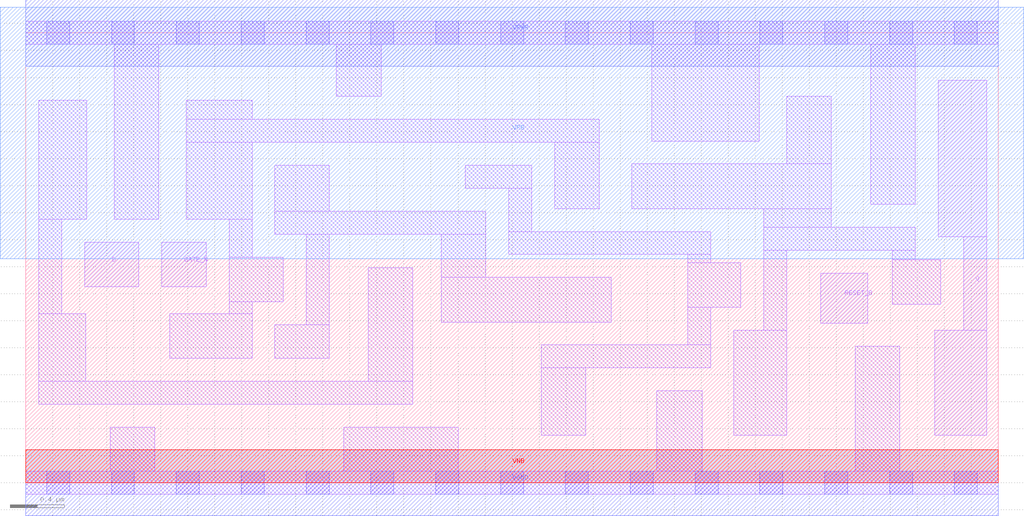
<source format=lef>
# Copyright 2020 The SkyWater PDK Authors
#
# Licensed under the Apache License, Version 2.0 (the "License");
# you may not use this file except in compliance with the License.
# You may obtain a copy of the License at
#
#     https://www.apache.org/licenses/LICENSE-2.0
#
# Unless required by applicable law or agreed to in writing, software
# distributed under the License is distributed on an "AS IS" BASIS,
# WITHOUT WARRANTIES OR CONDITIONS OF ANY KIND, either express or implied.
# See the License for the specific language governing permissions and
# limitations under the License.
#
# SPDX-License-Identifier: Apache-2.0

VERSION 5.7 ;
  NOWIREEXTENSIONATPIN ON ;
  DIVIDERCHAR "/" ;
  BUSBITCHARS "[]" ;
MACRO sky130_fd_sc_hs__dlrtn_1
  CLASS CORE ;
  FOREIGN sky130_fd_sc_hs__dlrtn_1 ;
  ORIGIN  0.000000  0.000000 ;
  SIZE  7.200000 BY  3.330000 ;
  SYMMETRY X Y ;
  SITE unit ;
  PIN D
    ANTENNAGATEAREA  0.208500 ;
    DIRECTION INPUT ;
    USE SIGNAL ;
    PORT
      LAYER li1 ;
        RECT 0.435000 1.450000 0.835000 1.780000 ;
    END
  END D
  PIN Q
    ANTENNADIFFAREA  0.600500 ;
    DIRECTION OUTPUT ;
    USE SIGNAL ;
    PORT
      LAYER li1 ;
        RECT 6.730000 0.350000 7.115000 1.130000 ;
        RECT 6.755000 1.820000 7.115000 2.980000 ;
        RECT 6.945000 1.130000 7.115000 1.820000 ;
    END
  END Q
  PIN RESET_B
    ANTENNAGATEAREA  0.261000 ;
    DIRECTION INPUT ;
    USE SIGNAL ;
    PORT
      LAYER li1 ;
        RECT 5.885000 1.180000 6.235000 1.550000 ;
    END
  END RESET_B
  PIN GATE_N
    ANTENNAGATEAREA  0.237000 ;
    DIRECTION INPUT ;
    USE CLOCK ;
    PORT
      LAYER li1 ;
        RECT 1.005000 1.450000 1.335000 1.780000 ;
    END
  END GATE_N
  PIN VGND
    DIRECTION INOUT ;
    USE GROUND ;
    PORT
      LAYER met1 ;
        RECT 0.000000 -0.245000 7.200000 0.245000 ;
    END
  END VGND
  PIN VNB
    DIRECTION INOUT ;
    USE GROUND ;
    PORT
      LAYER pwell ;
        RECT 0.000000 0.000000 7.200000 0.245000 ;
    END
  END VNB
  PIN VPB
    DIRECTION INOUT ;
    USE POWER ;
    PORT
      LAYER nwell ;
        RECT -0.190000 1.660000 7.390000 3.520000 ;
    END
  END VPB
  PIN VPWR
    DIRECTION INOUT ;
    USE POWER ;
    PORT
      LAYER met1 ;
        RECT 0.000000 3.085000 7.200000 3.575000 ;
    END
  END VPWR
  OBS
    LAYER li1 ;
      RECT 0.000000 -0.085000 7.200000 0.085000 ;
      RECT 0.000000  3.245000 7.200000 3.415000 ;
      RECT 0.095000  0.580000 2.865000 0.750000 ;
      RECT 0.095000  0.750000 0.445000 1.250000 ;
      RECT 0.095000  1.250000 0.265000 1.950000 ;
      RECT 0.095000  1.950000 0.450000 2.830000 ;
      RECT 0.625000  0.085000 0.955000 0.410000 ;
      RECT 0.655000  1.950000 0.985000 3.245000 ;
      RECT 1.065000  0.920000 1.675000 1.250000 ;
      RECT 1.190000  1.950000 1.675000 2.520000 ;
      RECT 1.190000  2.520000 4.245000 2.690000 ;
      RECT 1.190000  2.690000 1.675000 2.830000 ;
      RECT 1.505000  1.250000 1.675000 1.340000 ;
      RECT 1.505000  1.340000 1.905000 1.670000 ;
      RECT 1.505000  1.670000 1.675000 1.950000 ;
      RECT 1.845000  0.920000 2.245000 1.170000 ;
      RECT 1.845000  1.840000 3.405000 2.010000 ;
      RECT 1.845000  2.010000 2.245000 2.350000 ;
      RECT 2.075000  1.170000 2.245000 1.840000 ;
      RECT 2.300000  2.860000 2.630000 3.245000 ;
      RECT 2.355000  0.085000 3.200000 0.410000 ;
      RECT 2.535000  0.750000 2.865000 1.590000 ;
      RECT 3.075000  1.190000 4.335000 1.520000 ;
      RECT 3.075000  1.520000 3.405000 1.840000 ;
      RECT 3.255000  2.180000 3.745000 2.350000 ;
      RECT 3.575000  1.690000 5.070000 1.860000 ;
      RECT 3.575000  1.860000 3.745000 2.180000 ;
      RECT 3.815000  0.350000 4.145000 0.850000 ;
      RECT 3.815000  0.850000 5.070000 1.020000 ;
      RECT 3.915000  2.030000 4.245000 2.520000 ;
      RECT 4.485000  2.030000 5.965000 2.360000 ;
      RECT 4.635000  2.530000 5.430000 3.245000 ;
      RECT 4.670000  0.085000 5.010000 0.680000 ;
      RECT 4.900000  1.020000 5.070000 1.300000 ;
      RECT 4.900000  1.300000 5.295000 1.630000 ;
      RECT 4.900000  1.630000 5.070000 1.690000 ;
      RECT 5.240000  0.350000 5.635000 1.130000 ;
      RECT 5.465000  1.130000 5.635000 1.720000 ;
      RECT 5.465000  1.720000 6.585000 1.890000 ;
      RECT 5.465000  1.890000 5.965000 2.030000 ;
      RECT 5.635000  2.360000 5.965000 2.860000 ;
      RECT 6.140000  0.085000 6.470000 1.010000 ;
      RECT 6.255000  2.060000 6.585000 3.245000 ;
      RECT 6.415000  1.320000 6.775000 1.650000 ;
      RECT 6.415000  1.650000 6.585000 1.720000 ;
    LAYER mcon ;
      RECT 0.155000 -0.085000 0.325000 0.085000 ;
      RECT 0.155000  3.245000 0.325000 3.415000 ;
      RECT 0.635000 -0.085000 0.805000 0.085000 ;
      RECT 0.635000  3.245000 0.805000 3.415000 ;
      RECT 1.115000 -0.085000 1.285000 0.085000 ;
      RECT 1.115000  3.245000 1.285000 3.415000 ;
      RECT 1.595000 -0.085000 1.765000 0.085000 ;
      RECT 1.595000  3.245000 1.765000 3.415000 ;
      RECT 2.075000 -0.085000 2.245000 0.085000 ;
      RECT 2.075000  3.245000 2.245000 3.415000 ;
      RECT 2.555000 -0.085000 2.725000 0.085000 ;
      RECT 2.555000  3.245000 2.725000 3.415000 ;
      RECT 3.035000 -0.085000 3.205000 0.085000 ;
      RECT 3.035000  3.245000 3.205000 3.415000 ;
      RECT 3.515000 -0.085000 3.685000 0.085000 ;
      RECT 3.515000  3.245000 3.685000 3.415000 ;
      RECT 3.995000 -0.085000 4.165000 0.085000 ;
      RECT 3.995000  3.245000 4.165000 3.415000 ;
      RECT 4.475000 -0.085000 4.645000 0.085000 ;
      RECT 4.475000  3.245000 4.645000 3.415000 ;
      RECT 4.955000 -0.085000 5.125000 0.085000 ;
      RECT 4.955000  3.245000 5.125000 3.415000 ;
      RECT 5.435000 -0.085000 5.605000 0.085000 ;
      RECT 5.435000  3.245000 5.605000 3.415000 ;
      RECT 5.915000 -0.085000 6.085000 0.085000 ;
      RECT 5.915000  3.245000 6.085000 3.415000 ;
      RECT 6.395000 -0.085000 6.565000 0.085000 ;
      RECT 6.395000  3.245000 6.565000 3.415000 ;
      RECT 6.875000 -0.085000 7.045000 0.085000 ;
      RECT 6.875000  3.245000 7.045000 3.415000 ;
  END
END sky130_fd_sc_hs__dlrtn_1
END LIBRARY

</source>
